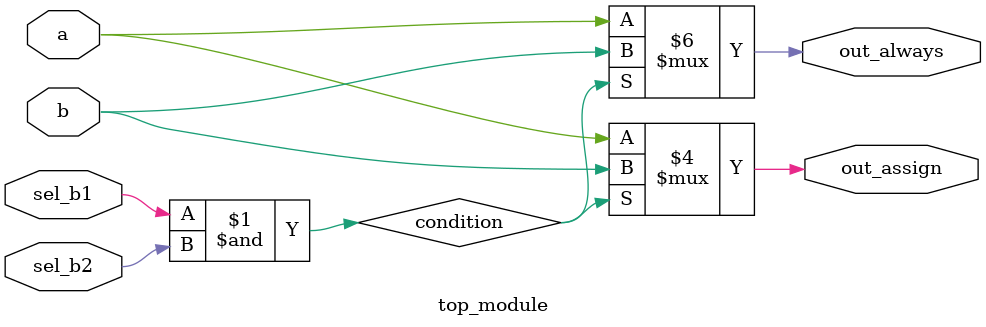
<source format=v>
module top_module(
    input a,
    input b,
    input sel_b1,
    input sel_b2,
    output wire out_assign,
    output reg out_always   ); 

    
    wire condition;
    assign condition = sel_b1 & sel_b2;
    
    always @(*) begin
        if (condition==1'b1) begin
            out_always = b;
        end
        else begin
            out_always = a;
        end
	end
    
    assign out_assign = (condition) ? b : a;
    
endmodule
</source>
